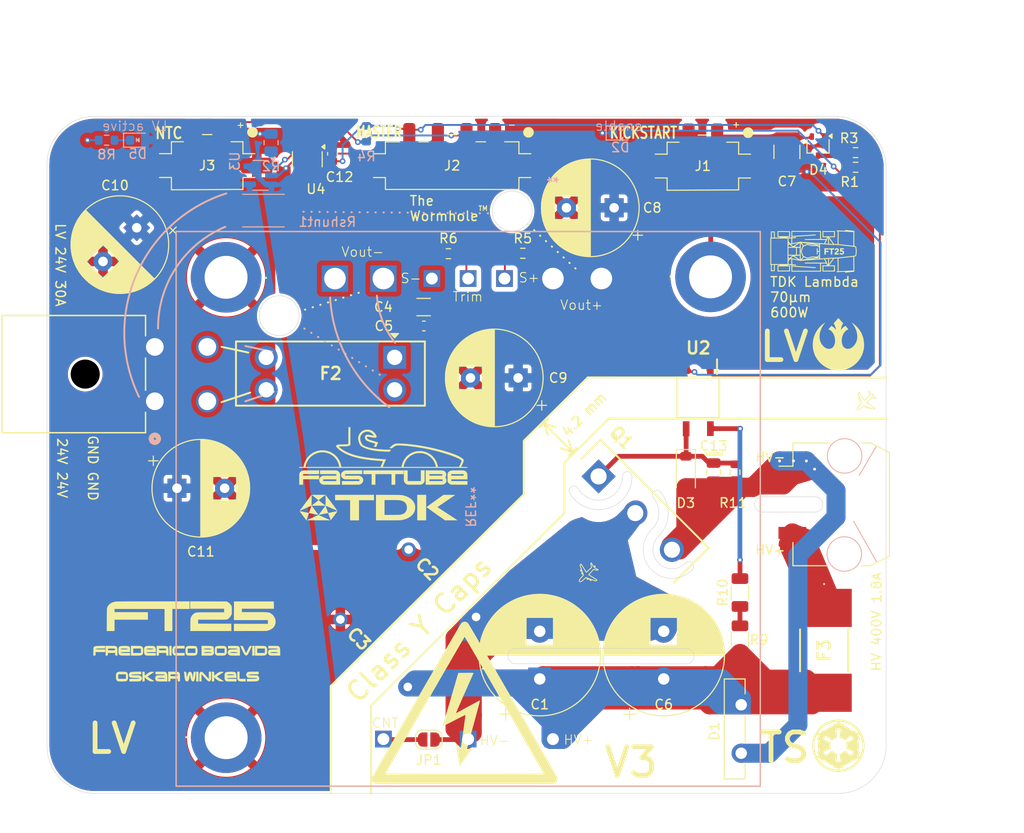
<source format=kicad_pcb>
(kicad_pcb
	(version 20241229)
	(generator "pcbnew")
	(generator_version "9.0")
	(general
		(thickness 1.67)
		(legacy_teardrops no)
	)
	(paper "A4")
	(layers
		(0 "F.Cu" mixed)
		(2 "B.Cu" mixed)
		(9 "F.Adhes" user "F.Adhesive")
		(11 "B.Adhes" user "B.Adhesive")
		(13 "F.Paste" user)
		(15 "B.Paste" user)
		(5 "F.SilkS" user "F.Silkscreen")
		(7 "B.SilkS" user "B.Silkscreen")
		(1 "F.Mask" user)
		(3 "B.Mask" user)
		(17 "Dwgs.User" user "User.Drawings")
		(19 "Cmts.User" user "User.Comments")
		(21 "Eco1.User" user "User.Eco1")
		(23 "Eco2.User" user "User.Eco2")
		(25 "Edge.Cuts" user)
		(27 "Margin" user)
		(31 "F.CrtYd" user "F.Courtyard")
		(29 "B.CrtYd" user "B.Courtyard")
		(35 "F.Fab" user)
		(33 "B.Fab" user)
		(39 "User.1" user)
		(41 "User.2" user)
		(43 "User.3" user)
		(45 "User.4" user)
		(47 "User.5" user)
		(49 "User.6" user)
		(51 "User.7" user)
		(53 "User.8" user)
		(55 "User.9" user)
	)
	(setup
		(stackup
			(layer "F.SilkS"
				(type "Top Silk Screen")
			)
			(layer "F.Paste"
				(type "Top Solder Paste")
			)
			(layer "F.Mask"
				(type "Top Solder Mask")
				(thickness 0.01)
			)
			(layer "F.Cu"
				(type "copper")
				(thickness 0.07)
			)
			(layer "dielectric 1"
				(type "core")
				(thickness 1.51)
				(material "FR4")
				(epsilon_r 4.5)
				(loss_tangent 0.02)
			)
			(layer "B.Cu"
				(type "copper")
				(thickness 0.07)
			)
			(layer "B.Mask"
				(type "Bottom Solder Mask")
				(thickness 0.01)
			)
			(layer "B.Paste"
				(type "Bottom Solder Paste")
			)
			(layer "B.SilkS"
				(type "Bottom Silk Screen")
			)
			(copper_finish "None")
			(dielectric_constraints no)
		)
		(pad_to_mask_clearance 0)
		(allow_soldermask_bridges_in_footprints no)
		(tenting front back)
		(grid_origin 154.6 131.4)
		(pcbplotparams
			(layerselection 0x00000000_00000000_55555555_5755f5ff)
			(plot_on_all_layers_selection 0x00000000_00000000_00000000_00000000)
			(disableapertmacros no)
			(usegerberextensions no)
			(usegerberattributes yes)
			(usegerberadvancedattributes yes)
			(creategerberjobfile no)
			(dashed_line_dash_ratio 12.000000)
			(dashed_line_gap_ratio 3.000000)
			(svgprecision 4)
			(plotframeref no)
			(mode 1)
			(useauxorigin yes)
			(hpglpennumber 1)
			(hpglpenspeed 20)
			(hpglpendiameter 15.000000)
			(pdf_front_fp_property_popups yes)
			(pdf_back_fp_property_popups yes)
			(pdf_metadata yes)
			(pdf_single_document no)
			(dxfpolygonmode yes)
			(dxfimperialunits yes)
			(dxfusepcbnewfont yes)
			(psnegative no)
			(psa4output no)
			(plot_black_and_white yes)
			(plotinvisibletext no)
			(sketchpadsonfab no)
			(plotpadnumbers no)
			(hidednponfab no)
			(sketchdnponfab yes)
			(crossoutdnponfab yes)
			(subtractmaskfromsilk yes)
			(outputformat 1)
			(mirror no)
			(drillshape 0)
			(scaleselection 1)
			(outputdirectory "gerber/")
		)
	)
	(net 0 "")
	(net 1 "/-VIN")
	(net 2 "GND")
	(net 3 "Net-(D4-Pad3)")
	(net 4 "/+VIN")
	(net 5 "+3V3")
	(net 6 "/LV+")
	(net 7 "/3V_buttoncell")
	(net 8 "/TEMP_TSDCDC")
	(net 9 "/HV-in")
	(net 10 "/LV_I_measure")
	(net 11 "/I_meas_weak")
	(net 12 "Net-(U1-+S)")
	(net 13 "Net-(D2-A)")
	(net 14 "Net-(D5-K)")
	(net 15 "/Vout+")
	(net 16 "Net-(R3-Pad2)")
	(net 17 "Net-(U1-TRM)")
	(net 18 "/HV+in")
	(net 19 "/Enable_G")
	(net 20 "/Enable_Opto")
	(net 21 "Net-(JP1-A)")
	(net 22 "Net-(R10-Pad1)")
	(net 23 "/Vout-")
	(footprint "Capacitor_SMD:C_1210_3225Metric" (layer "F.Cu") (at 177.6 64.721001 -90))
	(footprint "Resistor_SMD:R_0603_1608Metric" (layer "F.Cu") (at 184.8 64.8))
	(footprint "footprints:airplane" (layer "F.Cu") (at 156.66 108.97 135))
	(footprint "Capacitor_SMD:C_0805_2012Metric" (layer "F.Cu") (at 169.91 98.309999 -90))
	(footprint "footprints:VY1471M29Y5UC63V0" (layer "F.Cu") (at 130.766058 113.762876 -45))
	(footprint "footprints:rebellion" (layer "F.Cu") (at 183 84.9))
	(footprint "FaSTTUBe_connectors:Micro_Mate-N-Lok_2p_vertical" (layer "F.Cu") (at 168.783 66.21))
	(footprint "Capacitor_THT:CP_Radial_D12.5mm_P5.00mm" (layer "F.Cu") (at 151.679369 120.000968 90))
	(footprint "Capacitor_THT:CP_Radial_D10.0mm_P5.00mm" (layer "F.Cu") (at 109.411454 72.682233 -135))
	(footprint "footprints:9775031360R" (layer "F.Cu") (at 118.78 77.88 180))
	(footprint "LOGO"
		(layer "F.Cu")
		(uuid "36ea3436-548e-4414-bac1-a7348850c228")
		(at 180.33 75.14)
		(property "Reference" "G***"
			(at 0 0 0)
			(layer "F.SilkS")
			(hide yes)
			(uuid "f973503b-fa37-47d9-b20f-d30676bb0e6c")
			(effects
				(font
					(size 1.5 1.5)
					(thickness 0.3)
				)
			)
		)
		(property "Value" "LOGO"
			(at 0.75 0 0)
			(layer "F.SilkS")
			(hide yes)
			(uuid "6387be7f-2b16-465c-8f89-140f5aa812b4")
			(effects
				(font
					(size 1.5 1.5)
					(thickness 0.3)
				)
			)
		)
		(property "Datasheet" ""
			(at 0 0 0)
			(layer "F.Fab")
			(hide yes)
			(uuid "41393a24-4ba8-4af2-84c5-5556a5cd9241")
			(effects
				(font
					(size 1.27 1.27)
					(thickness 0.15)
				)
			)
		)
		(property "Description" ""
			(at 0 0 0)
			(layer "F.Fab")
			(hide yes)
			(uuid "47d9374d-4d87-4be0-875b-3451ee135b5f")
			(effects
				(font
					(size 1.27 1.27)
					(thickness 0.15)
				)
			)
		)
		(attr board_only exclude_from_pos_files exclude_from_bom)
		(fp_poly
			(pts
				(xy 2.210106 -0.240934) (xy 2.210106 -0.176067) (xy 2.115122 -0.176067) (xy 2.020138 -0.176067)
				(xy 2.020138 0.088034) (xy 2.020138 0.352134) (xy 1.948322 0.352134) (xy 1.876505 0.352134) (xy 1.876505 0.088034)
				(xy 1.876505 -0.176067) (xy 1.781521 -0.176067) (xy 1.686538 -0.176067) (xy 1.686538 -0.240935)
				(xy 1.686537 -0.305801) (xy 1.948322 -0.305801) (xy 2.210106 -0.305801)
			)
			(stroke
				(width 0)
				(type solid)
			)
			(fill yes)
			(layer "F.SilkS")
			(uuid "7df8e5e8-4ee8-444f-be4a-2fc6df64b466")
		)
		(fp_poly
			(pts
				(xy 1.644837 -0.238617) (xy 1.644837 -0.171435) (xy 1.49657 -0.171434) (xy 1.348303 -0.171434) (xy 1.348303 -0.10425)
				(xy 1.348303 -0.037067) (xy 1.484987 -0.037067) (xy 1.621671 -0.037067) (xy 1.621671 0.030116) (xy 1.621671 0.0973)
				(xy 1.484987 0.0973) (xy 1.348303 0.0973) (xy 1.348303 0.224717) (xy 1.348303 0.352134) (xy 1.27417 0.352134)
				(xy 1.200036 0.352134) (xy 1.200036 0.023167) (xy 1.200037 -0.305801) (xy 1.422437 -0.305801) (xy 1.644836 -0.305801)
			)
			(stroke
				(width 0)
				(type solid)
			)
			(fill yes)
			(layer "F.SilkS")
			(uuid "79488fa3-17fb-4e16-b5f3-2b64540a352f")
		)
		(fp_poly
			(pts
				(xy 2.532179 -0.312678) (xy 2.576155 -0.304473) (xy 2.614922 -0.2894) (xy 2.648 -0.267744) (xy 2.67491 -0.239793)
				(xy 2.695172 -0.205832) (xy 2.704208 -0.181813) (xy 2.708716 -0.159076) (xy 2.7108 -0.130942) (xy 2.71048 -0.100955)
				(xy 2.707773 -0.072656) (xy 2.703574 -0.052464) (xy 2.698715 -0.037255) (xy 2.692926 -0.02316) (xy 2.685517 -0.009402)
				(xy 2.675798 0.004797) (xy 2.663078 0.020215) (xy 2.646666 0.037632) (xy 2.625872 0.057823) (xy 2.600005 0.081568)
				(xy 2.568374 0.109644) (xy 2.53029 0.142829) (xy 2.529931 0.14314) (xy 2.430439 0.229351) (xy 2.575106 0.230575)
				(xy 2.719774 0.231799) (xy 2.719774 0.291967) (xy 2.719774 0.352134) (xy 2.490308 0.352134) (xy 2.260843 0.352134)
				(xy 2.262116 0.277056) (xy 2.263389 0.201979) (xy 2.356056 0.119177) (xy 2.402943 0.077122) (xy 2.443117 0.04073)
				(xy 2.476929 0.009665) (xy 2.504727 -0.016408) (xy 2.526863 -0.037827) (xy 2.543685 -0.054929) (xy 2.555544 -0.06805)
				(xy 2.562789 -0.077524) (xy 2.565176 -0.081851) (xy 2.5716 -0.10729) (xy 2.569746 -0.130812) (xy 2.56056 -0.15134)
				(xy 2.544994 -0.167801) (xy 2.523994 -0.179121) (xy 2.49851 -0.184225) (xy 2.475724 -0.18314) (xy 2.452963 -0.175273)
				(xy 2.433454 -0.159912) (xy 2.418912 -0.1387) (xy 2.413064 -0.123046) (xy 2.407173 -0.101018) (xy 2.367714 -0.103927)
				(xy 2.344598 -0.10571) (xy 2.320508 -0.107692) (xy 2.30031 -0.109471) (xy 2.298702 -0.109622) (xy 2.269145 -0.112408)
				(xy 2.272093 -0.14061) (xy 2.280459 -0.177948) (xy 2.296913 -0.213524) (xy 2.320278 -0.245457) (xy 2.349375 -0.271863)
				(xy 2.357833 -0.277654) (xy 2.388158 -0.29404) (xy 2.420755 -0.305158) (xy 2.458064 -0.31171) (xy 2.483473 -0.313727)
			)
			(stroke
				(width 0)
				(type solid)
			)
			(fill yes)
			(layer "F.SilkS")
			(uuid "c06ae400-d6b0-4739-b2a0-6d35249e5efc")
		)
		(fp_poly
			(pts
				(xy 3.243342 -0.245567) (xy 3.243342 -0.185334) (xy 3.111291 -0.185334) (xy 2.979241 -0.185333)
				(xy 2.979241 -0.135525) (xy 2.979241 -0.085718) (xy 3.035999 -0.085703) (xy 3.075658 -0.084189)
				(xy 3.108746 -0.079239) (xy 3.137528 -0.070212) (xy 3.16427 -0.05647) (xy 3.181956 -0.044466) (xy 3.203555 -0.026318)
				(xy 3.221029 -0.006004) (xy 3.236416 0.019128) (xy 3.246178 0.039116) (xy 3.254238 0.063529) (xy 3.259574 0.09369)
				(xy 3.261941 0.126422) (xy 3.261098 0.158544) (xy 3.257324 0.184609) (xy 3.244399 0.223685) (xy 3.224208 0.260227)
				(xy 3.198098 0.292412) (xy 3.167418 0.318418) (xy 3.150847 0.328502) (xy 3.111135 0.345164) (xy 3.066727 0.356095)
				(xy 3.020478 0.360938) (xy 2.975243 0.359334) (xy 2.945754 0.354196) (xy 2.903627 0.339619) (xy 2.867264 0.317857)
				(xy 2.836999 0.289211) (xy 2.813163 0.253981) (xy 2.79881 0.220868) (xy 2.79432 0.207035) (xy 2.791744 0.197519)
				(xy 2.791552 0.194601) (xy 2.796444 0.193609) (xy 2.808775 0.190877) (xy 2.826961 0.186759) (xy 2.849416 0.181613)
				(xy 2.863407 0.178384) (xy 2.887539 0.172819) (xy 2.908262 0.168078) (xy 2.924002 0.164518) (xy 2.933186 0.162495)
				(xy 2.934883 0.162167) (xy 2.937199 0.166065) (xy 2.941475 0.175947) (xy 2.943919 0.182163) (xy 2.957618 0.206359)
				(xy 2.976856 0.224378) (xy 2.999977 0.235881) (xy 3.025322 0.240528) (xy 3.051235 0.23798) (xy 3.076057 0.227898)
				(xy 3.095075 0.213134) (xy 3.111612 0.190456) (xy 3.120769 0.164235) (xy 3.12262 0.136431) (xy 3.117245 0.108995)
				(xy 3.10472 0.083886) (xy 3.089275 0.066498) (xy 3.070671 0.05315) (xy 3.049056 0.043822) (xy 3.022749 0.038071)
				(xy 2.990066 0.035457) (xy 2.969974 0.03519) (xy 2.940708 0.035905) (xy 2.915232 0.038169) (xy 2.889963 0.042519)
				(xy 2.861313 0.04949) (xy 2.845988 0.053732) (xy 2.835519 0.056704) (xy 2.838042 -0.086323) (xy 2.838768 -0.123978)
				(xy 2.83959 -0.160526) (xy 2.840463 -0.194417) (xy 2.841344 -0.224098) (xy 2.842188 -0.248021) (xy 2.842954 -0.264633)
				(xy 2.843135 -0.267576) (xy 2.845706 -0.305801) (xy 3.044525 -0.305801) (xy 3.243342 -0.305801)
			)
			(stroke
				(width 0)
				(type solid)
			)
			(fill yes)
			(layer "F.SilkS")
			(uuid "5a963cb9-9510-4127-9f96-127e7c222fca")
		)
		(fp_poly
			(pts
				(xy 3.38727 -2.232811) (xy 3.40086 -2.231479) (xy 3.422092 -2.229358) (xy 3.450178 -2.22653) (xy 3.484329 -2.223073)
				(xy 3.523759 -2.219069) (xy 3.567678 -2.214599) (xy 3.615297 -2.209743) (xy 3.66583 -2.204582) (xy 3.718489 -2.199197)
				(xy 3.772484 -2.193667) (xy 3.827029 -2.188075) (xy 3.881335 -2.182501) (xy 3.934614 -2.177024)
				(xy 3.986077 -2.171727) (xy 4.034939 -2.166689) (xy 4.080407 -2.161992) (xy 4.121698 -2.157716)
				(xy 4.158021 -2.153941) (xy 4.188587 -2.150748) (xy 4.200017 -2.149547) (xy 4.234253 -2.145885)
				(xy 4.265408 -2.142435) (xy 4.292316 -2.139335) (xy 4.31381 -2.136726) (xy 4.328722 -2.134745) (xy 4.335885 -2.133532)
				(xy 4.336334 -2.133359) (xy 4.336533 -2.128574) (xy 4.336655 -2.115023) (xy 4.336705 -2.093209)
				(xy 4.336684 -2.063633) (xy 4.336595 -2.026795) (xy 4.33644 -1.983198) (xy 4.336223 -1.933343) (xy 4.335944 -1.877731)
				(xy 4.335608 -1.816864) (xy 4.335216 -1.751243) (xy 4.33477 -1.681369) (xy 4.334273 -1.607743) (xy 4.333728 -1.530869)
				(xy 4.333136 -1.451244) (xy 4.332871 -1.416624) (xy 4.332241 -1.334602) (xy 4.331634 -1.254271)
				(xy 4.33105 -1.176204) (xy 4.330496 -1.10097) (xy 4.329976 -1.029142) (xy 4.329492 -0.961291) (xy 4.329052 -0.897987)
				(xy 4.328655 -0.839801) (xy 4.328308 -0.787305) (xy 4.328013 -0.741071) (xy 4.327776 -0.701668)
				(xy 4.327599 -0.669669) (xy 4.327487 -0.645643) (xy 4.327444 -0.630164) (xy 4.327444 -0.627586)
				(xy 4.327545 -0.55322) (xy 4.37377 -0.54809) (xy 4.419996 -0.542959) (xy 4.484971 -0.483626) (xy 4.505281 -0.464833)
				(xy 4.522986 -0.44798) (xy 4.537024 -0.434118) (xy 4.546333 -0.424295) (xy 4.54985 -0.419562) (xy 4.549855 -0.419489)
				(xy 4.550293 -0.414027) (xy 4.551582 -0.400285) (xy 4.55363 -0.379199) (xy 4.556344 -0.351708) (xy 4.55963 -0.31875)
				(xy 4.563396 -0.281261) (xy 4.567548 -0.240179) (xy 4.571355 -0.202709) (xy 4.592945 0.009267) (xy 4.571355 0.221242)
				(xy 4.566945 0.264663) (xy 4.562841 0.305296) (xy 4.559137 0.342206) (xy 4.555926 0.374453) (xy 4.553301 0.401102)
				(xy 4.551353 0.421213) (xy 4.550178 0.433849) (xy 4.549855 0.438022) (xy 4.546612 0.442512) (xy 4.537531 0.452137)
				(xy 4.523674 0.465847) (xy 4.506105 0.482593) (xy 4.485885 0.501324) (xy 4.484971 0.50216) (xy 4.419997 0.561493)
				(xy 4.373769 0.566623) (xy 4.327545 0.571753) (xy 4.327444 0.646119) (xy 4.327469 0.65926) (xy 4.327563 0.681097)
				(xy 4.327723 0.711058) (xy 4.327945 0.748571) (xy 4.328225 0.793067) (xy 4.328559 0.843974) (xy 4.328943 0.90072)
				(xy 4.329373 0.962734) (xy 4.329846 1.029446) (xy 4.330356 1.100286) (xy 4.330901 1.17468) (xy 4.331477 1.252059)
				(xy 4.332079 1.33185) (xy 4.332704 1.413485) (xy 4.332871 1.435157) (xy 4.333481 1.5158) (xy 4.334047 1.593906)
				(xy 4.334564 1.668978) (xy 4.335032 1.740512) (xy 4.335447 1.808006) (xy 4.335808 1.870958) (xy 4.336111 1.928869)
				(xy 4.336355 1.981237) (xy 4.336537 2.02756) (xy 4.336653 2.067337) (xy 4.336704 2.100067) (xy 4.336685 2.125248)
				(xy 4.336594 2.142379) (xy 4.336429 2.150958) (xy 4.336335 2.151893) (xy 4.331377 2.152884) (xy 4.318367 2.15468)
				(xy 4.298472 2.157138) (xy 4.272859 2.160123) (xy 4.242694 2.163495) (xy 4.209148 2.167117) (xy 4.200017 2.168082)
				(xy 4.172233 2.170992) (xy 4.138346 2.174521) (xy 4.099146 2.178586) (xy 4.055419 2.183108) (xy 4.007954 2.188005)
				(xy 3.957539 2.193199) (xy 3.904962 2.198607) (xy 3.851011 2.204148) (xy 3.796475 2.209742) (xy 3.742141 2.215309)
				(xy 3.688796 2.220768) (xy 3.63723 2.226037) (xy 3.588231 2.231037) (xy 3.542586 2.235687) (xy 3.501083 2.239906)
				(xy 3.464512 2.243614) (xy 3.433658 2.246729) (xy 3.409312 2.249172) (xy 3.39226 2.250859) (xy 3.383291 2.251715)
				(xy 3.382109 2.251806) (xy 3.380255 2.247528) (xy 3.378178 2.23608) (xy 3.376217 2.219545) (xy 3.37545 2.210835)
				(xy 3.3736 2.191763) (xy 3.371439 2.175942) (xy 3.369333 2.165869) (xy 3.368582 2.163999) (xy 3.368194 2.163123)
				(xy 3.367841 2.162336) (xy 3.367055 2.161657) (xy 3.365358 2.161104) (xy 3.362276 2.160697) (xy 3.357337 2.160453)
				(xy 3.350069 2.160392) (xy 3.339994 2.160532) (xy 3.32664 2.16089) (xy 3.309536 2.161487) (xy 3.288204 2.162341)
				(xy 3.26217 2.16347) (xy 3.230964 2.164892) (xy 3.19411 2.166627) (xy 3.151135 2.168692) (xy 3.101565 2.171107)
				(xy 3.044926 2.17389) (xy 2.980744 2.177059) (xy 2.908545 2.180634) (xy 2.827857 2.184632) (xy 2.773776 2.187311)
				(xy 2.723126 2.189773) (xy 2.675244 2.19201) (xy 2.630927 2.19399) (xy 2.590972 2.195683) (xy 2.556177 2.197057)
				(xy 2.52734 2.198081) (xy 2.505257 2.198724) (xy 2.490727 2.198954) (xy 2.484548 2.198738) (xy 2.484397 2.198675)
				(xy 2.482972 2.193086) (xy 2.4815 2.180449) (xy 2.480208 2.162975) (xy 2.479683 2.152716) (xy 2.477796 2.109587)
				(xy 2.502643 2.106603) (xy 2.520245 2.105084) (xy 2.542271 2.103995) (xy 2.563398 2.103579) (xy 2.599307 2.103539)
				(xy 2.599205 2.03983) (xy 2.599136 2.026958) (xy 2.59896 2.005475) (xy 2.598682 1.976034) (xy 2.598313 1.939289)
				(xy 2.597857 1.895895) (xy 2.597323 1.846507) (xy 2.596718 1.791777) (xy 2.596049 1.732363) (xy 2.595323 1.668916)
				(xy 2.594547 1.602089) (xy 2.593729 1.53254) (xy 2.592876 1.460921) (xy 2.592357 1.417804) (xy 2.591488 1.345622)
				(xy 2.590651 1.275356) (xy 2.589851 1.207638) (xy 2.589097 1.143098) (xy 2.588395 1.08237) (xy 2.587752 1.026085)
				(xy 2.587175 0.974875) (xy 2.586672 0.929372) (xy 2.58625 0.890208) (xy 2.585916 0.858015) (xy 2.585677 0.833425)
				(xy 2.585539 0.817069) (xy 2.585508 0.811266) (xy 2.585407 0.763045) (xy 2.477681 0.76615) (xy 2.420738 0.767807)
				(xy 2.372367 0.769264) (xy 2.331872 0.770562) (xy 2.298559 0.771745) (xy 2.271738 0.772854) (xy 2.250712 0.773931)
				(xy 2.234789 0.775018) (xy 2.223275 0.776158) (xy 2.215478 0.777392) (xy 2.210703 0.778764) (xy 2.208257 0.780313)
				(xy 2.207447 0.782084) (xy 2.207419 0.782564) (xy 2.204733 0.787317) (xy 2.196946 0.798996) (xy 2.184444 0.817061)
				(xy 2.167617 0.84097) (xy 2.146849 0.870183) (xy 2.122527 0.90416) (xy 2.09504 0.94236) (xy 2.064773 0.984242)
				(xy 2.032115 1.029266) (xy 1.99745 1.07689) (xy 1.961168 1.126575) (xy 1.960005 1.128165) (xy 1.923623 1.177986)
				(xy 1.888809 1.225823) (xy 1.855956 1.271128) (xy 1.825453 1.313354) (xy 1.797694 1.351955) (xy 1.773068 1.386383)
				(xy 1.751966 1.416092) (xy 1.734781 1.440534) (xy 1.721903 1.459162) (xy 1.713724 1.47143) (xy 1.710635 1.47679)
				(xy 1.710627 1.476824) (xy 1.708624 1.487304) (xy 2.003382 1.487304) (xy 2.298139 1.487304) (xy 2.298144 1.583446)
				(xy 2.298213 1.608384) (xy 2.298406 1.641116) (xy 2.29871 1.680174) (xy 2.299111 1.724089) (xy 2.299595 1.771389)
				(xy 2.300147 1.820606) (xy 2.300755 1.870268) (xy 2.301218 1.905463) (xy 2.304286 2.131339) (xy 1.647305 2.131339)
				(xy 0.990323 2.131339) (xy 0.993195 2.113964) (xy 0.993689 2.106417) (xy 0.994158 2.090423) (xy 0.994594 2.066805)
				(xy 0.99496 2.038672) (xy 1.08875 2.038672) (xy 1.647111 2.038672) (xy 2.205472 2.038672) (xy 2.205472 1.809321)
				(xy 2.205472 1.579971) (xy 1.656421 1.579199) (xy 1.585739 1.579096) (xy 1.517565 1.578991) (xy 1.452484 1.578885)
				(xy 1.391074 1.578779) (xy 1.333918 1.578675) (xy 1.281595 1.578571) (xy 1.234689 1.578472) (xy 1.193778 1.578378)
				(xy 1.159447 1.57829) (xy 1.132272 1.578209) (xy 1.112838 1.578137) (xy 1.101725 1.578074) (xy 1.099261 1.57804)
				(xy 1.097423 1.578408) (xy 1.095875 1.580202) (xy 1.094589 1.584173) (xy 1.093535 1.591074) (xy 1.092682 1.601656)
				(xy 1.091999 1.61667) (xy 1.091456 1.636869) (xy 1.091023 1.663004) (xy 1.090669 1.695827) (xy 1.090364 1.736087)
				(xy 1.090077 1.784539) (xy 1.089951 1.808163) (xy 1.08875 2.038672) (xy 0.99496 2.038672) (xy 0.99499 2.036382)
				(xy 0.995338 1.999975) (xy 0.995631 1.958404) (xy 0.995862 1.912492) (xy 0.996024 1.863057) (xy 0.996108 1.810921)
				(xy 0.996118 1.78963) (xy 0.996169 1.482671) (xy 1.242123 1.482671) (xy 1.291787 1.482595) (xy 1.337431 1.482378)
				(xy 1.378334 1.48203) (xy 1.413769 1.481564) (xy 1.443013 1.480992) (xy 1.465339 1.480327) (xy 1.480024 1.47958)
				(xy 1.486341 1.478764) (xy 1.486531 1.478558) (xy 1.484152 1.47334) (xy 1.478357 1.461039) (xy 1.469747 1.442919)
				(xy 1.458926 1.420247) (xy 1.446495 1.394288) (xy 1.441011 1.382862) (xy 1.397037 1.291279) (xy 1.283478 1.294298)
				(xy 1.249685 1.295057) (xy 1.208904 1.295746) (xy 1.163413 1.296342) (xy 1.11549 1.296818) (xy 1.067413 1.297151)
				(xy 1.021462 1.297314) (xy 1.006594 1.297327) (xy 0.843269 1.297337) (xy 0.843269 1.721288) (xy 0.843269 2.145239)
				(xy -0.708148 2.145239) (xy -2.259563 2.145239) (xy -2.262634 1.935978) (xy -2.263315 1.886185)
				(xy -2.263944 1.833688) (xy -2.264503 1.780411) (xy -2.264976 1.728276) (xy -2.265345 1.679207)
				(xy -2.265592 1.635127) (xy -2.265702 1.59796) (xy -2.265706 1.590794) (xy -2.265739 1.55167) (xy -2.265876 1.520834)
				(xy -2.266173 1.497306) (xy -2.266692 1.480108) (xy -2.26749 1.46826) (xy -2.268626 1.460783) (xy -2.270157 1.456697)
				(xy -2.272141 1.455025) (xy -2.273814 1.454766) (xy -2.280294 1.454537) (xy -2.294854 1.453935)
				(xy -2.316319 1.453013) (xy -2.343512 1.451821) (xy -2.37526 1.450411) (xy -2.410382 1.448834) (xy -2.43019 1.447939)
				(xy -2.468142 1.446262) (xy -2.504686 1.44473) (xy -2.538371 1.443397) (xy -2.567745 1.442318) (xy -2.591357 1.441547)
				(xy -2.607758 1.441142) (xy -2.612049 1.441093) (xy -2.64564 1.44097) (xy -2.64564 1.468771) (xy -2.645639 1.496571)
				(xy -2.525331 1.496571) (xy -2.405021 1.496571) (xy -2.403705 1.805846) (xy -2.403515 1.858546)
				(xy -2.403401 1.908502) (xy -2.40336 1.954946) (xy -2.40339 1.997109) (xy -2.403489 2.034222) (xy -2.403653 2.065515)
				(xy -2.403881 2.090221) (xy -2.404171 2.107569) (xy -2.404518 2.116791) (xy -2.404706 2.118106)
				(xy -2.409529 2.11848) (xy -2.423095 2.118886) (xy -2.44488 2.119321) (xy -2.474362 2.119778) (xy -2.511016 2.120253)
				(xy -2.554319 2.12074) (xy -2.603749 2.121235) (xy -2.658781 2.121732) (xy -2.718891 2.122227) (xy -2.783558 2.122715)
				(xy -2.852257 2.12319) (xy -2.924462 2.123648) (xy -2.999654 2.124083) (xy -3.0638 2.124423) (xy -3.720577 2.127757)
				(xy -3.720577 1.81448) (xy -3.720577 1.593871) (xy -3.62791 1.593871) (xy -3.62791 1.814711) (xy -3.62791 2.03555)
				(xy -3.411698 2.032478) (xy -3.369215 2.031948) (xy -3.31891 2.031448) (xy -3.262228 2.030984) (xy -3.200615 2.030565)
				(xy -3.135516 2.030198) (xy -3.068375 2.029891) (xy -3.000637 2.029653) (xy -2.933749 2.02949) (xy -2.869154 2.029412)
				(xy -2.846385 2.029405) (xy -2.497283 2.029405) (xy -2.498486 1.81048) (xy -2.49969 1.591554) (xy -2.537915 1.591676)
				(xy -2.547579 1.591701) (xy -2.565869 1.591743) (xy -2.592146 1.591801) (xy -2.62577 1.591872) (xy -2.666099 1.591957)
				(xy -2.712496 1.592053) (xy -2.764319 1.592159) (xy -2.820929 1.592274) (xy -2.881685 1.592396)
				(xy -2.945948 1.592525) (xy -3.013077 1.592659) (xy -3.082432 1.592796) (xy -3.102025 1.592834)
				(xy -3.62791 1.593871) (xy -3.720577 1.593871) (xy -3.720577 1.501204) (xy -3.654551 1.501183) (xy -3.624666 1.500936)
				(xy -3.592334 1.500279) (xy -3.561481 1.499312) (xy -3.536401 1.498158) (xy -3.484276 1.495155)
				(xy -3.484276 1.468063) (xy -3.484276 1.44097) (xy -3.740716 1.44097) (xy -3.997156 1.44097) (xy -4.000524 1.764101)
				(xy -4.001097 1.817922) (xy -4.001663 1.868962) (xy -4.002214 1.916476) (xy -4.002738 1.959718)
				(xy -4.003227 1.997942) (xy -4.00367 2.030405) (xy -4.004058 2.056359) (xy -4.004382 2.07506) (xy -4.004631 2.085762)
				(xy -4.004755 2.088096) (xy -4.009616 2.088576) (xy -4.02259 2.089168) (xy -4.042528 2.089847) (xy -4.068278 2.090589)
				(xy -4.098689 2.091373) (xy -4.132609 2.092176) (xy -4.168888 2.092974) (xy -4.206373 2.093745)
				(xy -4.243913 2.094466) (xy -4.28036 2.095114) (xy -4.314559 2.095667) (xy -4.34536 2.096101) (xy -4.371612 2.096393)
				(xy -4.392163 2.096521) (xy -4.405862 2.096463) (xy -4.411559 2.096194) (xy -4.41163 2.096166) (xy -4.412287 2.091243)
				(xy -4.412909 2.077802) (xy -4.413489 2.056593) (xy -4.414016 2.028365) (xy -4.414482 1.993867)
				(xy -4.414878 1.953848) (xy -4.415193 1.909058) (xy -4.415422 1.860246) (xy -4.415551 1.808161)
				(xy -4.415578 1.769665) (xy -4.415578 1.445919) (xy -4.322912 1.44592) (xy -4.322911 1.632667) (xy -4.32283 1.677998)
				(xy -4.322597 1.724363) (xy -4.322233 1.770035) (xy -4.321755 1.813286) (xy -4.321184 1.852391)
				(xy -4.320538 1.885623) (xy -4.319861 1.910511) (xy -4.31681 2.001605) (xy -4.27237 2.001588) (xy -4.250095 2.001348)
				(xy -4.222113 2.000707) (xy -4.191967 1.999762) (xy -4.163205 1.99861) (xy -4.162654 1.998585) (xy -4.09738 1.995599)
				(xy -4.094329 1.722449) (xy -4.093807 1.672987) (xy -4.093375 1.626306) (xy -4.093037 1.583227)
				(xy -4.092796 1.544568) (xy -4.092653 1.51115) (xy -4.092615 1.483793) (xy -4.092685 1.463316) (xy -4.092866 1.450539)
				(xy -4.09313 1.446294) (xy -4.09808 1.445515) (xy -4.111021 1.444917) (xy -4.130668 1.444519) (xy -4.155749 1.444338)
				(xy -4.184984 1.444394) (xy -4.208947 1.444604) (xy -4.322912 1.44592) (xy -4.415578 1.445919) (xy -4.415578 1.445604)
				(xy -4.44609 1.445604) (xy -4.476601 1.445603) (xy -4.472918 1.340195) (xy -4.472551 1.32484) (xy -4.472203 1.300703)
				(xy -4.471875 1.268271) (xy -4.471567 1.22803) (xy -4.471279 1.180464) (xy -4.47101 1.126058) (xy -4.470761 1.065302)
				(xy -4.470532 0.998677) (xy -4.470323 0.92667) (xy -4.470132 0.849767) (xy -4.469964 0.768454) (xy -4.469814 0.683216)
				(xy -4.469683 0.594538) (xy -4.469572 0.502907) (xy -4.469482 0.408808) (xy -4.469412 0.312726)
				(xy -4.469361 0.215146) (xy -4.469329 0.116557) (xy -4.469318 0.017441) (xy -4.469319 0.009267)
				(xy -4.376195 0.009267) (xy -4.376195 1.348304) (xy -3.921735 1.348303) (xy -3.84542 1.348265) (xy -3.763054 1.348156)
				(xy -3.676284 1.347978) (xy -3.586755 1.34774) (xy -3.496112 1.347448) (xy -3.4755 1.34737) (xy -2.566874 1.347369)
				(xy -2.510115 1.350271) (xy -2.485398 1.351507) (xy -2.454562 1.353009) (xy -2.420743 1.354622)
				(xy -2.387079 1.356201) (xy -2.369956 1.35699) (xy -2.342439 1.358262) (xy -2.317591 1.359435) (xy -2.297116 1.360426)
				(xy -2.28272 1.361153) (xy -2.27648 1.361507) (xy -2.266404 1.362204) (xy -2.268995 1.099261) (xy -2.269489 1.050816)
				(xy -2.269988 1.005216) (xy -2.270479 0.963292) (xy -2.270952 0.925869) (xy -2.271395 0.893779)
				(xy -2.271407 0.893007) (xy -2.176597 0.893007) (xy -2.176496 0.920555) (xy -2.176287 0.953996)
				(xy -2.175973 0.992488) (xy -2.175561 1.035186) (xy -2.175055 1.081248) (xy -2.174701 1.110891)
				(xy -2.17154 1.365972) (xy -2.129432 1.368977) (xy -2.067771 1.373609) (xy -2.010185 1.378392) (xy -1.957281 1.383255)
				(xy -1.909674 1.388125) (xy -1.867971 1.39293) (xy -1.832783 1.397595) (xy -1.80472 1.40205) (xy -1.784393 1.406223)
				(xy -1.772412 1.410037) (xy -1.769774 1.411753) (xy -1.769529 1.417538) (xy -1.771735 1.42998) (xy -1.775956 1.446925)
				(xy -1.778921 1.457187) (xy -1.785239 1.477077) (xy -1.790133 1.489488) (xy -1.794401 1.495928)
				(xy -1.798845 1.497914) (xy -1.800426 1.497857) (xy -1.808153 1.49683) (xy -1.823059 1.494741) (xy -1.843149 1.491874)
				(xy -1.866434 1.488511) (xy -1.871871 1.48772) (xy -1.897523 1.484335) (xy -1.929466 1.480654) (xy -1.964746 1.476986)
				(xy -2.000406 1.473642) (xy -2.027089 1.471419) (xy -2.057452 1.46905) (xy -2.086497 1.466764) (xy -2.112259 1.464717)
				(xy -2.132778 1.463064) (xy -2.146087 1.461962) (xy -2.146397 1.461935) (xy -2.173039 1.459646)
				(xy -2.173039 1.489692) (xy -2.172691 1.506113) (xy -2.171285 1.515262) (xy -2.168279 1.519122)
				(xy -2.164797 1.519737) (xy -2.158723 1.520031) (xy -2.144281 1.520874) (xy -2.12235 1.522213) (xy -2.093809 1.52399)
				(xy -2.059538 1.526152) (xy -2.020415 1.528643) (xy -1.977319 1.531407) (xy -1.93113 1.534389) (xy -1.906488 1.535988)
				(xy -1.854929 1.539338) (xy -1.80268 1.542728) (xy -1.751135 1.546071) (xy -1.701688 1.549275) (xy -1.655732 1.55225)
				(xy -1.614661 1.554907) (xy -1.579869 1.557154) (xy -1.552749 1.558901) (xy -1.549854 1.559087)
				(xy -1.519396 1.561047) (xy -1.481663 1.56348) (xy -1.438624 1.566258) (xy -1.392251 1.569254) (xy -1.344516 1.57234)
				(xy -1.297389 1.575391) (xy -1.264903 1.577495) (xy -1.217015 1.580596) (xy -1.16498 1.583963) (xy -1.111213 1.587439)
				(xy -1.058137 1.590868) (xy -1.008165 1.594093) (xy -0.963719 1.596959) (xy -0.942887 1.598301)
				(xy -0.897305 1.601236) (xy -0.845716 1.60456) (xy -0.791355 1.608063) (xy -0.737462 1.611537) (xy -0.687275 1.614773)
				(xy -0.655619 1.616816) (xy -0.610848 1.619703) (xy -0.559926 1.622982) (xy -0.505948 1.626455)
				(xy -0.452011 1.629924) (xy -0.401211 1.633186) (xy -0.363718 1.635592) (xy -0.328419 1.637861)
				(xy -0.285555 1.640625) (xy -0.236806 1.643776) (xy -0.183852 1.647202) (xy -0.128376 1.650799)
				(xy -0.072057 1.654455) (xy -0.016577 1.658062) (xy 0.031407 1.661186) (xy 0.078504 1.664246) (xy 0.122931 1.667115)
				(xy 0.163807 1.669738) (xy 0.200251 1.672059) (xy 0.231381 1.674022) (xy 0.256316 1.675572) (xy 0.274174 1.676652)
				(xy 0.284073 1.677206) (xy 0.285714 1.677271) (xy 0.289145 1.678355) (xy 0.291125 1.682707) (xy 0.291847 1.691981)
				(xy 0.291504 1.70783) (xy 0.290854 1.721421) (xy 0.289553 1.740799) (xy 0.287959 1.756543) (xy 0.286321 1.766454)
				(xy 0.285478 1.768637) (xy 0.280651 1.768608) (xy 0.266958 1.768) (xy 0.24478 1.766836) (xy 0.214499 1.765141)
				(xy 0.176497 1.762937) (xy 0.131153 1.76025) (xy 0.078851 1.757101) (xy 0.019972 1.753516) (xy -0.045106 1.749517)
				(xy -0.115998 1.745128) (xy -0.192324 1.740372) (xy -0.273703 1.735274) (xy -0.359753 1.729857)
				(xy -0.450093 1.724144) (xy -0.544342 1.718159) (xy -0.642118 1.711925) (xy -0.743041 1.705468)
				(xy -0.846728 1.698808) (xy -0.944155 1.692531) (xy -1.050013 1.6857) (xy -1.153439 1.679031) (xy -1.254052 1.67255)
				(xy -1.351472 1.666279) (xy -1.445319 1.660243) (xy -1.535212 1.654466) (xy -1.620772 1.648974)
				(xy -1.701618 1.643789) (xy -1.77737 1.638936) (xy -1.847648 1.634441) (xy -1.912071 1.630326) (xy -1.97026 1.626617)
				(xy -2.021834 1.623337) (xy -2.066412 1.620512) (xy -2.103615 1.618164) (xy -2.133063 1.61632) (xy -2.154375 1.615002)
				(xy -2.167171 1.614236) (xy -2.171095 1.614039) (xy -2.171128 1.618662) (xy -2.171074 1.631645)
				(xy -2.170943 1.652082) (xy -2.170742 1.679067) (xy -2.170476 1.711694) (xy -2.170155 1.749057)
				(xy -2.169782 1.790249) (xy -2.169374 1.833647) (xy -2.167282 2.052572) (xy -0.707684 2.052572)
				(xy 0.751913 2.052572) (xy 0.748501 1.676113) (xy 0.747965 1.617934) (xy 0.747438 1.562492) (xy 0.746927 1.510476)
				(xy 0.746439 1.462575) (xy 0.745982 1.419482) (xy 0.745565 1.381879) (xy 0.745193 1.350461) (xy 0.744876 1.325917)
				(xy 0.74462 1.308934) (xy 0.744433 1.300203) (xy 0.74437 1.299146) (xy 0.739738 1.29906) (xy 0.726314 1.298912)
				(xy 0.704572 1.298707) (xy 0.674985 1.29845) (xy 0.63803 1.298141) (xy 0.594179 1.297786) (xy 0.543907 1.297389)
				(xy 0.487688 1.296953) (xy 0.425996 1.296482) (xy 0.359306 1.295979) (xy 0.288092 1.295448) (xy 0.212828 1.294894)
				(xy 0.133988 1.294318) (xy 0.052047 1.293726) (xy -0.032522 1.293121) (xy -0.050967 1.292989) (xy -0.136082 1.292366)
				(xy -0.218697 1.291727) (xy -0.298338 1.291076) (xy -0.374525 1.29042) (xy -0.446785 1.289762) (xy -0.51464 1.289109)
				(xy -0.577615 1.288467) (xy -0.635234 1.287838) (xy -0.687017 1.287229) (xy -0.732492 1.286647)
				(xy -0.771182 1.286094) (xy -0.80261 1.285578) (xy -0.8263 1.285103) (xy -0.841774 1.284674) (xy -0.848559 1.284296)
				(xy -0.848834 1.284224) (xy -0.849966 1.278521) (xy -0.850313 1.265798) (xy -0.849853 1.248265)
				(xy -0.849272 1.23771) (xy -0.84646 1.194313) (xy -0.241371 1.198332) (xy -0.165921 1.198806) (xy -0.087571 1.199245)
				(xy -0.006827 1.199647) (xy 0.075804 1.200015) (xy 0.159817 1.200345) (xy 0.244705 1.200641) (xy 0.329962 1.2009)
				(xy 0.415083 1.201123) (xy 0.49956 1.201308) (xy 0.582888 1.201456) (xy 0.664561 1.201569) (xy 0.744073 1.201645)
				(xy 0.820918 1.20168) (xy 0.894589 1.201678) (xy 0.964581 1.20164) (xy 1.030387 1.201562) (xy 1.091501 1.201446)
				(xy 1.147417 1.20129) (xy 1.19763 1.201096) (xy 1.241632 1.200862) (xy 1.278919 1.200589) (xy 1.308983 1.200276)
				(xy 1.331319 1.199923) (xy 1.34542 1.19953) (xy 1.35078 1.199096) (xy 1.350806 1.199078) (xy 1.349214 1.19475)
				(xy 1.344123 1.183101) (xy 1.336024 1.165174) (xy 1.325408 1.142014) (xy 1.312764 1.114663) (xy 1.298583 1.084164)
				(xy 1.283355 1.051563) (xy 1.26757 1.0179) (xy 1.251718 0.984222) (xy 1.23629 0.951571) (xy 1.221776 0.920988)
				(xy 1.208665 0.893521) (xy 1.197449 0.87021) (xy 1.188618 0.852101) (xy 1.18266 0.840235) (xy 1.180095 0.835685)
				(xy 1.175226 0.835695) (xy 1.161554 0.836353) (xy 1.139522 0.83763) (xy 1.10957 0.839495) (xy 1.07214 0.84192)
				(xy 1.027672 0.844876) (xy 0.976607 0.848331) (xy 0.919386 0.852257) (xy 0.85645 0.856627) (xy 0.788239 0.861409)
				(xy 0.715194 0.866573) (xy 0.685735 0.868667) (xy 0.663095 0.870269) (xy 0.632355 0.872428) (xy 0.594658 0.875065)
				(xy 0.551149 0.8781) (xy 0.502971 0.881454) (xy 0.451269 0.885047) (xy 0.397186 0.888799) (xy 0.341867 0.89263)
				(xy 0.286456 0.896461) (xy 0.284951 0.896566) (xy 0.176937 0.90403) (xy 0.077696 0.910891) (xy -0.013246 0.917182)
				(xy -0.09636 0.922935) (xy -0.172119 0.928184) (xy -0.240997 0.932962) (xy -0.303464 0.9373) (xy -0.359995 0.941234)
				(xy -0.411061 0.944794) (xy -0.457135 0.948013) (xy -0.49869 0.950924) (xy -0.536198 0.953561) (xy -0.549051 0.954467)
				(xy -0.578891 0.956562) (xy -0.616558 0.95919) (xy -0.660642 0.962254) (xy -0.709728 0.965655) (xy -0.7624 0.969296)
				(xy -0.817245 0.973079) (xy -0.872847 0.976906) (xy -0.927792 0.980679) (xy -0.949836 0.98219) (xy -1.01286 0.986511)
				(xy -1.067275 0.990257) (xy -1.113708 0.993486) (xy -1.152795 0.996259) (xy -1.185167 0.998635)
				(xy -1.211458 1.000672) (xy -1.232301 1.002429) (xy -1.248327 1.003966) (xy -1.26017 1.005342) (xy -1.268462 1.006617)
				(xy -1.273837 1.007848) (xy -1.276926 1.009095) (xy -1.278363 1.010417) (xy -1.27878 1.011874) (xy -1.278804 1.012926)
				(xy -1.282603 1.018344) (xy -1.286912 1.019325) (xy -1.292531 1.018476) (xy -1.306619 1.016012)
				(xy -1.328539 1.012051) (xy -1.357656 1.006711) (xy -1.393335 1.000111) (xy -1.434941 0.992369)
				(xy -1.481838 0.983603) (xy -1.533392 0.973932) (xy -1.588967 0.963474) (xy -1.647926 0.952347)
				(xy -1.709637 0.94067) (xy -1.734781 0.935903) (xy -1.797241 0.924076) (xy -1.857088 0.912784) (xy -1.913699 0.902139)
				(xy -1.953465 0.894691) (xy -1.182718 0.894691) (xy -1.181463 0.896526) (xy -1.178384 0.896375)
				(xy -1.172445 0.895435) (xy -1.157826 0.893191) (xy -1.135011 0.889716) (xy -1.104486 0.885085)
				(xy -1.066734 0.879368) (xy -1.022239 0.87264) (xy -0.971486 0.864975) (xy -0.914959 0.856444) (xy -0.853143 0.847121)
				(xy -0.786521 0.837079) (xy -0.736248 0.829506) (xy 1.283437 0.829506) (xy 1.285371 0.83409) (xy 1.290948 0.846313)
				(xy 1.299823 0.865444) (xy 1.311656 0.890755) (xy 1.326103 0.921518) (xy 1.342822 0.957002) (xy 1.361471 0.99648)
				(xy 1.381708 1.039222) (xy 1.403189 1.0845) (xy 1.404312 1.086863) (xy 1.426648 1.133895) (xy 1.448401 1.179705)
				(xy 1.46914 1.223387) (xy 1.488433 1.264033) (xy 1.50585 1.300734) (xy 1.52096 1.332582) (xy 1.53333 1.358667)
				(xy 1.542531 1.378082) (xy 1.547623 1.388845) (xy 1.556963 1.407744) (xy 1.565324 1.423077) (xy 1.571732 1.433155)
				(xy 1.575015 1.436337) (xy 1.580188 1.435472) (xy 1.580479 1.435179) (xy 1.580745 1.430338) (xy 1.581201 1.417174)
				(xy 1.581825 1.396605) (xy 1.582595 1.369556) (xy 1.58344 1.338627) (xy 1.677952 1.338627) (xy 1.678207 1.349718)
				(xy 1.678783 1.352937) (xy 1.681828 1.348916) (xy 1.689917 1.337994) (xy 1.702623 1.320751) (xy 1.719521 1.297767)
				(xy 1.740185 1.269622) (xy 1.764191 1.236896) (xy 1.791111 1.200169) (xy 1.820521 1.160021) (xy 1.851995 1.117032)
				(xy 1.885108 1.071782) (xy 1.889579 1.065669) (xy 1.9228 1.020219) (xy 1.954356 0.976973) (xy 1.983829 0.936509)
				(xy 2.010802 0.899402) (xy 2.034857 0.866229) (xy 2.055579 0.837567) (xy 2.072549 0.813991) (xy 2.085351 0.796077)
				(xy 2.093565 0.784403) (xy 2.096777 0.779544) (xy 2.096803 0.77944) (xy 2.092053 0.779288) (xy 2.079195 0.779455)
				(xy 2.059383 0.779902) (xy 2.033769 0.780591) (xy 2.003504 0.78148) (xy 1.969743 0.782532) (xy 1.933637 0.783705)
				(xy 1.896338 0.784961) (xy 1.859 0.786261) (xy 1.822775 0.787565) (xy 1.788815 0.788832) (xy 1.758272 0.790024)
				(xy 1.7323 0.791103) (xy 1.712051 0.792025) (xy 1.698677 0.792754) (xy 1.693331 0.79325) (xy 1.693288 0.793274)
				(xy 1.692863 0.798069) (xy 1.692256 0.811168) (xy 1.691498 0.83161) (xy 1.690619 0.858433) (xy 1.68965 0.890677)
				(xy 1.688622 0.92738) (xy 1.687565 0.967583) (xy 1.686964 0.991606) (xy 1.685818 1.037429) (xy 1.684622 1.083742)
				(xy 1.683421 1.128973) (xy 1.682258 1.171551) (xy 1.681174 1.209907) (xy 1.680215 1.242468) (xy 1.67942 1.267665)
				(xy 1.679281 1.271853) (xy 1.678498 1.298287) (xy 1.678052 1.321014) (xy 1.677952 1.338627) (xy 1.58344 1.338627)
				(xy 1.583486 1.336946) (xy 1.584477 1.299698) (xy 1.585544 1.258732) (xy 1.586665 1.214971) (xy 1.587817 1.169336)
				(xy 1.588978 1.122747) (xy 1.590124 1.076128) (xy 1.591233 1.030398) (xy 1.592282 0.98648) (xy 1.593248 0.945295)
				(xy 1.594108 0.907765) (xy 1.594839 0.874811) (xy 1.59542 0.847353) (xy 1.595825 0.826315) (xy 1.596035 0.812617)
				(xy 1.596025 0.807181) (xy 1.596013 0.807129) (xy 1.591202 0.806917) (xy 1.578503 0.807354) (xy 1.559214 0.808346)
				(xy 1.534635 0.809802) (xy 1.506062 0.811628) (xy 1.474798 0.813732) (xy 1.442139 0.816019) (xy 1.409386 0.818398)
				(xy 1.377836 0.820775) (xy 1.348789 0.823057) (xy 1.323544 0.825151) (xy 1.303399 0.826965) (xy 1.289654 0.828405)
				(xy 1.283607 0.829379) (xy 1.283437 0.829506) (xy -0.736248 0.829506) (xy -0.715578 0.826391) (xy -0.714841 0.82628)
				(xy -0.081856 0.82628) (xy -0.08122 0.829034) (xy -0.078767 0.829369) (xy -0.074953 0.827674) (xy -0.075678 0.82628)
				(xy -0.081177 0.825725) (xy -0.081856 0.82628) (xy -0.714841 0.82628) (xy -0.698092 0.823757) (xy -0.055333 0.823758)
				(xy -0.054628 0.823962) (xy -0.053461 0.824142) (xy -0.053284 0.824173) (xy -0.048025 0.823996)
				(xy -0.034245 0.823225) (xy -0.012669 0.821909) (xy 0.01598 0.820095) (xy 0.050977 0.817829) (xy 0.0916 0.81516)
				(xy 0.137123 0.812133) (xy 0.186823 0.808798) (xy 0.239976 0.8052) (xy 0.295858 0.801388) (xy 0.301167 0.801024)
				(xy 0.35717 0.797173) (xy 0.410437 0.793485) (xy 0.460255 0.790012) (xy 0.505907 0.786803) (xy 0.546678 0.783911)
				(xy 0.581854 0.781386) (xy 0.610719 0.779279) (xy 0.632557 0.777641) (xy 0.646656 0.776524) (xy 0.652295 0.775979)
				(xy 0.652368 0.775957) (xy 0.652881 0.771144) (xy 0.652861 0.75965) (xy 0.652367 0.745275) (xy 0.650985 0.715685)
				(xy 0.308117 0.767524) (xy 0.241453 0.777602) (xy 0.18337 0.786385) (xy 0.13329 0.793962) (xy 0.090632 0.800424)
				(xy 0.054816 0.805864) (xy 0.025264 0.81037) (xy 0.001391 0.814035) (xy -0.017378 0.816949) (xy -0.031626 0.819203)
				(xy -0.041931 0.820888) (xy -0.048874 0.822095) (xy -0.053036 0.822915) (xy -0.054995 0.823439)
				(xy -0.055333 0.823758) (xy -0.698092 0.823757) (xy -0.640798 0.815131) (xy -0.562666 0.803369)
				(xy -0.481666 0.791184) (xy -0.398281 0.778643) (xy -0.396152 0.778323) (xy -0.312822 0.765789)
				(xy -0.231929 0.753612) (xy -0.153952 0.741866) (xy -0.07937 0.730622) (xy -0.008663 0.719953) (xy 0.057691 0.709931)
				(xy 0.119212 0.70063) (xy 0.175421 0.692122) (xy 0.225839 0.684478) (xy 0.269988 0.677773) (xy 0.307385 0.672078)
				(xy 0.337554 0.667466) (xy 0.360016 0.664009) (xy 0.37429 0.66178) (xy 0.379898 0.660851) (xy 0.379933 0.660843)
				(xy 0.379681 0.659793) (xy 0.371923 0.658943) (xy 0.361401 0.658553) (xy 0.351224 0.658321) (xy 0.332934 0.657854)
				(xy 0.307679 0.657181) (xy 0.276607 0.656335) (xy 0.24087 0.655346) (xy 0.201615 0.654247) (xy 0.159991 0.653069)
				(xy 0.14595 0.652668) (xy -0.035966 0.647471) (xy 0.463161 0.647471) (xy 0.464457 0.648002) (xy 0.468971 0.6478)
				(xy 0.477786 0.646748) (xy 0.491989 0.644728) (xy 0.51266 0.641622) (xy 0.540888 0.637315) (xy 0.557558 0.634768)
				(xy 0.585496 0.63052) (xy 0.610203 0.626796) (xy 0.630254 0.623808) (xy 0.644228 0.621767) (xy 0.650701 0.620886)
				(xy 0.65095 0.620868) (xy 0.651895 0.616547) (xy 0.652659 0.604829) (xy 0.653155 0.587586) (xy 0.653302 0.569902)
				(xy 0.653116 0.549421) (xy 0.652612 0.532869) (xy 0.651873 0.522117) (xy 0.651112 0.518935) (xy 0.646895 0.521416)
				(xy 0.636334 0.528274) (xy 0.620721 0.538634) (xy 0.601344 0.551622) (xy 0.579495 0.566359) (xy 0.556463 0.58197)
				(xy 0.533539 0.59758) (xy 0.512012 0.612312) (xy 0.493174 0.625292) (xy 0.478313 0.635642) (xy 0.468721 0.642488)
				(xy 0.465883 0.644679) (xy 0.463998 0.646325) (xy 0.463161 0.647471) (xy -0.035966 0.647471) (xy -0.044017 0.647241)
				(xy -0.342868 0.713284) (xy -0.641718 0.779327) (xy -0.79171 0.701927) (xy -0.941701 0.624528) (xy -0.952061 0.63544)
				(xy -0.958763 0.642655) (xy -0.970295 0.655237) (xy -0.985283 0.671674) (xy -1.002345 0.690454)
				(xy -1.010663 0.699635) (xy -1.029669 0.720613) (xy -1.052872 0.746197) (xy -1.078235 0.774147)
				(xy -1.10372 0.802214) (xy -1.125194 0.825849) (xy -1.147108 0.850096) (xy -1.163247 0.868347) (xy -1.174181 0.881358)
				(xy -1.180482 0.889888) (xy -1.182718 0.894691) (xy -1.953465 0.894691) (xy -1.966451 0.892259)
				(xy -2.014719 0.883261) (xy -2.057883 0.875255) (xy -2.095319 0.868362) (xy -2.126404 0.862694)
				(xy -2.150514 0.858368) (xy -2.167027 0.855498) (xy -2.175319 0.854201) (xy -2.1762 0.854152) (xy -2.176454 0.858961)
				(xy -2.176585 0.872194) (xy -2.176597 0.893007) (xy -2.271407 0.893007) (xy -2.271795 0.867849)
				(xy -2.272146 0.848908) (xy -2.272431 0.837785) (xy -2.272596 0.835072) (xy -2.277392 0.833628)
				(xy -2.289081 0.831061) (xy -2.305417 0.827789) (xy -2.324157 0.82423) (xy -2.343055 0.820802) (xy -2.359866 0.817926)
				(xy -2.372344 0.816017) (xy -2.377783 0.815469) (xy -2.382814 0.819107) (xy -2.392881 0.829655)
				(xy -2.407524 0.846565) (xy -2.426279 0.869288) (xy -2.448687 0.897275) (xy -2.474284 0.929976)
				(xy -2.476209 0.932461) (xy -2.566789 1.049453) (xy -2.566831 1.198412) (xy -2.566874 1.347369)
				(xy -3.4755 1.34737) (xy -3.406 1.347107) (xy -3.318066 1.346724) (xy -3.233955 1.346302) (xy -3.155312 1.345851)
				(xy -3.083782 1.345375) (xy -3.063408 1.345223) (xy -2.65954 1.342143) (xy -2.65954 1.193095) (xy -2.659611 1.156856)
				(xy -2.659812 1.123653) (xy -2.660124 1.094605) (xy -2.660532 1.070826) (xy -2.661017 1.053434)
				(xy -2.661562 1.043545) (xy -2.661898 1.041688) (xy -2.662145 1.036887) (xy -2.662378 1.023326)
				(xy -2.662596 1.001515) (xy -2.662801 0.97196) (xy -2.662992 0.935172) (xy -2.663169 0.891656) (xy -2.663333 0.841922)
				(xy -2.663387 0.821797) (xy -2.566931 0.821797) (xy -2.566874 0.839408) (xy -2.566709 0.860783)
				(xy -2.566259 0.878075) (xy -2.565592 0.889598) (xy -2.564775 0.893659) (xy -2.564714 0.89362) (xy -2.561236 0.889331)
				(xy -2.553244 0.879122) (xy -2.541861 0.864434) (xy -2.528206 0.846706) (xy -2.52539 0.843039) (xy -2.488226 0.794619)
				(xy -2.517125 0.789043) (xy -2.537582 0.785026) (xy -2.55152 0.783122) (xy -2.560182 0.78459) (xy -2.56481 0.790688)
				(xy -2.566646 0.80267) (xy -2.566931 0.821797) (xy -2.663387 0.821797) (xy -2.663482 0.786477) (xy -2.663609 0.729562)
				(xy -2.298883 0.729562) (xy -2.297915 0.732277) (xy -2.293989 0.733811) (xy -2.293506 0.733928)
				(xy -2.287109 0.735232) (xy -2.272369 0.738108) (xy -2.250048 0.742409) (xy -2.220911 0.747991)
				(xy -2.185719 0.754708) (xy -2.145236 0.762415) (xy -2.100225 0.770966) (xy -2.051449 0.780215)
				(xy -1.999671 0.790016) (xy -1.962222 0.797097) (xy -1.907812 0.807388) (xy -1.855122 0.817375)
				(xy -1.805011 0.826891) (xy -1.75834 0.835776) (xy -1.715968 0.843863) (xy -1.678754 0.850987) (xy -1.647558 0.856987)
				(xy -1.623239 0.861696) (xy -1.606655 0.864951) (xy -1.60082 0.866128) (xy -1.578228 0.87078) (xy -1.563695 0.873557)
				(xy -1.556196 0.874421) (xy -1.55471 0.873335) (xy -1.558213 0.87026) (xy -1.565681 0.865158) (xy -1.566154 0.86484)
				(xy -1.572816 0.860528) (xy -1.586621 0.851735) (xy -1.606862 0.838906) (xy -1.632833 0.822486)
				(xy -1.663829 0.802921) (xy -1.699143 0.780656) (xy -1.73807 0.756138) (xy -1.779903 0.729811) (xy -1.823937 0.702122)
				(xy -1.838454 0.692997) (xy -2.094621 0.532016) (xy -2.152576 0.586868) (xy -2.176489 0.609499)
				(xy -2.202621 0.634227) (xy -2.228311 0.658535) (xy -2.250897 0.679904) (xy -2.25781 0.686443) (xy -2.276358 0.704107)
				(xy -2.288874 0.7165) (xy -2.296125 0.724644) (xy -2.298883 0.729562) (xy -2.663609 0.729562) (xy -2.663617 0.72583)
				(xy -2.663693 0.68487) (xy -2.571673 0.68487) (xy -2.540314 0.690127) (xy -2.519302 0.69366) (xy -2.49457 0.697834)
				(xy -2.47189 0.701674) (xy -2.453075 0.704574) (xy -2.436731 0.706572) (xy -2.425863 0.707313) (xy -2.424555 0.707275)
				(xy -2.418158 0.703798) (xy -2.405527 0.693951) (xy -2.386929 0.677972) (xy -2.36263 0.656097) (xy -2.332897 0.62856)
				(xy -2.297994 0.595599) (xy -2.29112 0.589048) (xy -2.263177 0.562299) (xy -2.237544 0.537598) (xy -2.214949 0.515664)
				(xy -2.208715 0.509553) (xy -1.950607 0.509553) (xy -1.9468 0.512291) (xy -1.935888 0.519472) (xy -1.918621 0.530621)
				(xy -1.89575 0.545269) (xy -1.868026 0.56294) (xy -1.8362 0.583162) (xy -1.801021 0.605462) (xy -1.763241 0.629367)
				(xy -1.723609 0.654404) (xy -1.682877 0.6801) (xy -1.641795 0.705983) (xy -1.601114 0.731579) (xy -1.561583 0.756416)
				(xy -1.523955 0.780021) (xy -1.488978 0.801921) (xy -1.457405 0.821641) (xy -1.429984 0.838711)
				(xy -1.407468 0.852657) (xy -1.390606 0.863005) (xy -1.380149 0.869285) (xy -1.376851 0.871069)
				(xy -1.376472 0.866591) (xy -1.376257 0.853775) (xy -1.376205 0.833549) (xy -1.376307 0.806839)
				(xy -1.376558 0.774573) (xy -1.376955 0.737678) (xy -1.377492 0.697081) (xy -1.377998 0.663817)
				(xy -1.378705 0.620969) (xy -1.379398 0.581082) (xy -1.38006 0.545089) (xy -1.380671 0.51392) (xy -1.381212 0.488508)
				(xy -1.381664 0.469782) (xy -1.382011 0.458676) (xy -1.382191 0.455901) (xy -1.386851 0.456086)
				(xy -1.398951 0.457069) (xy -1.416719 0.458694) (xy -1.438379 0.460807) (xy -1.44097 0.461066) (xy -1.457491 0.462673)
				(xy -1.48203 0.464986) (xy -1.513376 0.467892) (xy -1.550318 0.471282) (xy -1.591642 0.475044) (xy -1.636139 0.479068)
				(xy -1.682595 0.483242) (xy -1.724763 0.487008) (xy -1.769444 0.491035) (xy -1.811188 0.49489) (xy -1.849114 0.498486)
				(xy -1.882336 0.501734) (xy -1.909972 0.504545) (xy -1.93114 0.506833) (xy -1.944954 0.508509) (xy -1.950533 0.509483)
				(xy -1.950607 0.509553) (xy -2.208715 0.509553) (xy -2.196125 0.497211) (xy -2.1818 0.482955) (xy -2.172706 0.473613)
				(xy -2.169573 0.469902) (xy -2.169584 0.469879) (xy -2.174411 0.469525) (xy -2.187548 0.469178)
				(xy -2.208039 0.468848) (xy -2.234926 0.468543) (xy -2.26725 0.468275) (xy -2.304057 0.468053) (xy -2.344389 0.467886)
				(xy -2.370201 0.467817) (xy -2.56919 0.467385) (xy -2.570431 0.576127) (xy -2.571673 0.68487) (xy -2.663693 0.68487)
				(xy -2.663738 0.660488) (xy -2.663846 0.59096) (xy -2.66394 0.517753) (xy -2.66402 0.441375) (xy -2.664086 0.362335)
				(xy -2.664138 0.28114) (xy -2.664175 0.198299) (xy -2.6642 0.114319) (xy -2.66421 0.029708) (xy -2.664207 -0.055024)
				(xy -2.664189 -0.139372) (xy -2.664158 -0.222825) (xy -2.664113 -0.304878) (xy -2.664079 -0.350676)
				(xy -2.571507 -0.350675) (xy -2.571507 0.009953) (xy -2.571507 0.370583) (xy -2.336365 0.371827)
				(xy -2.283394 0.372113) (xy -2.227372 0.372428) (xy -2.170154 0.372758) (xy -2.1136 0.373095) (xy -2.059564 0.373425)
				(xy -2.009905 0.373739) (xy -1.96648 0.374025) (xy -1.943035 0.374186) (xy -1.784851 0.375301) (xy -1.781479 0.285374)
				(xy -1.780911 0.265127) (xy -1.780452 0.238243) (xy -1.780098 0.20563) (xy -1.779843 0.168198) (xy -1.779684 0.126856)
				(xy -1.779616 0.082512) (xy -1.779634 0.036074) (xy -1.77969 0.009267) (xy -1.686538 0.009267) (xy -1.686538 0.3753)
				(xy -1.606613 0.375163) (xy -1.573414 0.374667) (xy -1.536917 0.373396) (xy -1.500872 0.371526)
				(xy -1.469022 0.369229) (xy -1.459504 0.368351) (xy -1.435295 0.365969) (xy -1.414257 0.363943)
				(xy -1.398169 0.362441) (xy -1.388809 0.361631) (xy -1.387351 0.361539) (xy -1.386326 0.358071)
				(xy -1.385428 0.347555) (xy -1.384654 0.329734) (xy -1.384 0.30435) (xy -1.383461 0.271147) (xy -1.383036 0.229865)
				(xy -1.38272 0.180248) (xy -1.382509 0.122039) (xy -1.382399 0.054979) (xy -1.382385 0.018838) (xy -1.286957 0.018837)
				(xy -1.286947 0.094028) (xy -1.286884 0.168831) (xy -1.286771 0.242676) (xy -1.286609 0.314991)
				(xy -1.286398 0.385207) (xy -1.28614 0.452752) (xy -1.285835 0.517055) (xy -1.285488 0.577547) (xy -1.285097 0.633656)
				(xy -1.284662 0.684811) (xy -1.284186 0.730441) (xy -1.283671 0.769976) (xy -1.283117 0.802846)
				(xy -1.282525 0.828479) (xy -1.281897 0.846304) (xy -1.281234 0.855751) (xy -1.28085 0.857169) (xy -1.27761 0.853858)
				(xy -1.268878 0.844447) (xy -1.255369 0.829718) (xy -1.237797 0.810454) (xy -1.216877 0.787438)
				(xy -1.193321 0.761451) (xy -1.171985 0.73786) (xy -1.145814 0.708926) (xy -1.120848 0.681378) (xy -1.09796 0.65618)
				(xy -1.078025 0.63429) (xy -1.061919 0.616671) (xy -1.050516 0.604284) (xy -1.045723 0.599159) (xy -1.027261 0.579766)
				(xy -1.066709 0.560202) (xy -1.106158 0.540637) (xy -1.155745 0.389627) (xy -1.169744 0.347011)
				(xy -1.184856 0.301041) (xy -1.20031 0.254053) (xy -1.215338 0.208385) (xy -1.229172 0.166372) (xy -1.241043 0.130349)
				(xy -1.243157 0.123942) (xy -1.280981 0.009267) (xy -1.181919 0.009267) (xy -1.105356 0.242092)
				(xy -1.028794 0.474918) (xy -0.828306 0.57788) (xy -0.788293 0.598318) (xy -0.750658 0.617325) (xy -0.716228 0.6345)
				(xy -0.685826 0.649443) (xy -0.66028 0.661749) (xy -0.640412 0.671021) (xy -0.627048 0.676855) (xy -0.621014 0.678849)
				(xy -0.620868 0.67883) (xy -0.615222 0.677504) (xy -0.601316 0.67437) (xy -0.579943 0.669601) (xy -0.551894 0.663374)
				(xy -0.517962 0.655863) (xy -0.478939 0.647245) (xy -0.435616 0.637694) (xy -0.388787 0.627386)
				(xy -0.339242 0.616495) (xy -0.331284 0.614748) (xy -0.04865 0.552678) (xy 0.141317 0.558648) (xy 0.184285 0.559974)
				(xy 0.225962 0.561214) (xy 0.265073 0.562334) (xy 0.300345 0.563298) (xy 0.330503 0.564073) (xy 0.354274 0.564623)
				(xy 0.370385 0.564915) (xy 0.373136 0.564944) (xy 0.414988 0.565268) (xy 0.532987 0.484806) (xy 0.650985 0.404343)
				(xy 0.650819 0.378239) (xy 0.650747 0.367149) (xy 0.650622 0.348161) (xy 0.650453 0.322645) (xy 0.650249 0.291969)
				(xy 0.65002 0.257506) (xy 0.649773 0.22062) (xy 0.649661 0.203867) (xy 0.649048 0.11239) (xy 0.74401 0.11239)
				(xy 0.744036 0.183306) (xy 0.744117 0.252672) (xy 0.744255 0.319886) (xy 0.74445 0.384347) (xy 0.744705 0.445455)
				(xy 0.745018 0.502607) (xy 0.745393 0.555205) (xy 0.745828 0.602644) (xy 0.746327 0.644328) (xy 0.746888 0.679652)
				(xy 0.747513 0.708017) (xy 0.748204 0.728822) (xy 0.748901 0.740802) (xy 0.751473 0.770385) (xy 0.782313 0.767729)
				(xy 0.791641 0.767011) (xy 0.809464 0.765722) (xy 0.835033 0.763916) (xy 0.867597 0.761642) (xy 0.871885 0.761345)
				(xy 2.679697 0.761345) (xy 2.679715 0.774654) (xy 2.679829 0.795967) (xy 2.680031 0.824652) (xy 2.680315 0.860078)
				(xy 2.680674 0.901614) (xy 2.681101 0.948628) (xy 2.68159 1.000489) (xy 2.682134 1.056567) (xy 2.682725 1.116229)
				(xy 2.683358 1.178844) (xy 2.684025 1.243782) (xy 2.68472 1.310411) (xy 2.685436 1.378099) (xy 2.686165 1.446217)
				(xy 2.686902 1.51413) (xy 2.68764 1.58121) (xy 2.688371 1.646824) (xy 2.689089 1.710341) (xy 2.689788 1.771132)
				(xy 2.69046 1.828563) (xy 2.691098 1.882004) (xy 2.691697 1.930822) (xy 2.692248 1.974388) (xy 2.692746 2.01207)
				(xy 2.693184 2.043236) (xy 2.693554 2.067256) (xy 2.69385 2.083496) (xy 2.694065 2.09133) (xy 2.694116 2.091956)
				(xy 2.699164 2.094214) (xy 2.711424 2.095302) (xy 2.727283 2.095108) (xy 2.735419 2.094717) (xy 2.752293 2.093896)
				(xy 2.777385 2.092669) (xy 2.810179 2.091063) (xy 2.850155 2.089102) (xy 2.896796 2.086812) (xy 2.949582 2.084219)
				(xy 3.007997 2.081348) (xy 3.071521 2.078225) (xy 3.139637 2.074875) (xy 3.211827 2.071323) (xy 3.287571 2.067595)
				(xy 3.366352 2.063717) (xy 3.447652 2.059714) (xy 3.499847 2.057143) (xy 3.581895 2.053093) (xy 3.661406 2.049152)
				(xy 3.737889 2.045344) (xy 3.810854 2.041695) (xy 3.87981 2.03823) (xy 3.944268 2.034975) (xy 4.003735 2.031953)
				(xy 4.057722 2.02919) (xy 4.105739 2.026712) (xy 4.147295 2.024542) (xy 4.1819 2.022708) (xy 4.209061 2.021232)
				(xy 4.22829 2.020141) (xy 4.239096 2.019459) (xy 4.241386 2.01924) (xy 4.241524 2.014405) (xy 4.241573 2.000921)
				(xy 4.241538 1.979398) (xy 4.241425 1.950443) (xy 4.24124 1.914669) (xy 4.240987 1.872682) (xy 4.240672 1.825094)
				(xy 4.2403 1.772513) (xy 4.239877 1.715549) (xy 4.239409 1.654811) (xy 4.238899 1.590909) (xy 4.238357 1.524453)
				(xy 4.237784 1.456051) (xy 4.237186 1.386313) (xy 4.236569 1.315848) (xy 4.235942 1.245266) (xy 4.235303 1.175177)
				(xy 4.234662 1.10619) (xy 4.234026 1.038915) (xy 4.233398 0.973958) (xy 4.232784 0.911933) (xy 4.232187 0.853447)
				(xy 4.231615 0.799111) (xy 4.231074 0.749533) (xy 4.230568 0.705322) (xy 4.230102 0.667089) (xy 4.229683 0.635444)
				(xy 4.229315 0.610993) (xy 4.229004 0.594349) (xy 4.228755 0.586119) (xy 4.228675 0.585321) (xy 4.223996 0.585655)
				(xy 4.210689 0.586955) (xy 4.189334 0.589158) (xy 4.160513 0.592198) (xy 4.124806 0.596013) (xy 4.082794 0.600536)
				(xy 4.035057 0.605705) (xy 3.982176 0.611455) (xy 3.924734 0.617721) (xy 3.863309 0.62444) (xy 3.798484 0.631549)
				(xy 3.730838 0.63898) (xy 3.660952 0.64667) (xy 3.589408 0.654558) (xy 3.516786 0.662576) (xy 3.443667 0.67066)
				(xy 3.370632 0.678748) (xy 3.298262 0.686774) (xy 3.227137 0.694674) (xy 3.157838 0.702384) (xy 3.090948 0.709839)
				(xy 3.027043 0.716976) (xy 2.966708 0.723731) (xy 2.910522 0.730038) (xy 2.859067 0.735834) (xy 2.812923 0.741054)
				(xy 2.772671 0.745633) (xy 2.738891 0.749511) (xy 2.712165 0.752619) (xy 2.693074 0.754894) (xy 2.682197 0.756272)
				(xy 2.679781 0.756671) (xy 2.679697 0.761345) (xy 0.871885 0.761345) (xy 0.906406 0.758954) (xy 0.950707 0.755902)
				(xy 0.999753 0.75254) (xy 1.052792 0.748917) (xy 1.109075 0.745088) (xy 1.167851 0.7411) (xy 1.200036 0.738922)
				(xy 1.259156 0.734889) (xy 1.315691 0.73096) (xy 1.368945 0.727188) (xy 1.418226 0.723625) (xy 1.462841 0.720324)
				(xy 1.502096 0.717337) (xy 1.535298 0.714716) (xy 1.561754 0.712514) (xy 1.580771 0.710784) (xy 1.591655 0.709577)
				(xy 1.594003 0.709122) (xy 1.599713 0.707473) (xy 1.610689 0.705799) (xy 1.627258 0.704086) (xy 1.649748 0.702318)
				(xy 1.678484 0.700479) (xy 1.713794 0.698554) (xy 1.756006 0.696528) (xy 1.805446 0.694385) (xy 1.862442 0.692108)
				(xy 1.927321 0.689683) (xy 2.00041 0.687095) (xy 2.082036 0.684327) (xy 2.172526 0.681365) (xy 2.193889 0.680678)
				(xy 2.629423 0.666718) (xy 3.500427 0.569625) (xy 3.589382 0.5597) (xy 3.675908 0.550028) (xy 3.759552 0.540662)
				(xy 3.83986 0.531652) (xy 3.91638 0.52305) (xy 3.988658 0.514907) (xy 4.056242 0.507275) (xy 4.118679 0.500204)
				(xy 4.175512 0.493747) (xy 4.226293 0.487954) (xy 4.270566 0.482878) (xy 4.307879 0.478569) (xy 4.337779 0.47508)
				(xy 4.359813 0.472459) (xy 4.373525 0.470761) (xy 4.378446 0.470045) (xy 4.384581 0.465986) (xy 4.395679 0.456957)
				(xy 4.410016 0.444408) (xy 4.421995 0.433428) (xy 4.458531 0.399298) (xy 4.478575 0.204283) (xy 4.498618 0.009267)
				(xy 4.478575 -0.185749) (xy 4.458531 -0.380765) (xy 4.421995 -0.414895) (xy 4.40635 -0.429149) (xy 4.392637 -0.440981)
				(xy 4.38258 -0.448942) (xy 4.378445 -0.451511) (xy 4.373191 -0.452271) (xy 4.35918 -0.454002) (xy 4.336864 -0.456652)
				(xy 4.306698 -0.460173) (xy 4.269135 -0.464509) (xy 4.224626 -0.469611) (xy 4.173627 -0.475427)
				(xy 4.116589 -0.481907) (xy 4.053966 -0.488998) (xy 3.986211 -0.49665) (xy 3.913777 -0.50481) (xy 3.837117 -0.513427)
				(xy 3.756684 -0.52245) (xy 3.672932 -0.531828) (xy 3.586314 -0.541509) (xy 3.500427 -0.551091) (xy 2.629423 -0.648184)
				(xy 2.193889 -0.662145) (xy 2.101383 -0.665152) (xy 2.017818 -0.667962) (xy 1.942859 -0.670588)
				(xy 1.876184 -0.673048) (xy 1.817465 -0.675356) (xy 1.766373 -0.677528) (xy 1.722583 -0.679579)
				(xy 1.685767 -0.681525) (xy 1.655596 -0.683382) (xy 1.631745 -0.685164) (xy 1.613886 -0.686888)
				(xy 1.601692 -0.688569) (xy 1.594836 -0.690223) (xy 1.594002 -0.690589) (xy 1.588352 -0.691485)
				(xy 1.574316 -0.692907) (xy 1.552688 -0.694801) (xy 1.524267 -0.697113) (xy 1.489845 -0.699789)
				(xy 1.45022 -0.702774) (xy 1.406186 -0.706014) (xy 1.35854 -0.709454) (xy 1.308077 -0.713041) (xy 1.255593 -0.71672)
				(xy 1.201883 -0.720436) (xy 1.147744 -0.724136) (xy 1.09397 -0.727765) (xy 1.041358 -0.731269) (xy 0.990703 -0.734592)
				(xy 0.942801 -0.737682) (xy 0.898448 -0.740484) (xy 0.858438 -0.742943) (xy 0.823569 -0.745005)
				(xy 0.794635 -0.746616) (xy 0.772431 -0.747721) (xy 0.757756 -0.748267) (xy 0.751402 -0.748197)
				(xy 0.751213 -0.748129) (xy 0.750433 -0.742796) (xy 0.749692 -0.728798) (xy 0.748992 -0.706736)
				(xy 0.748334 -0.677209) (xy 0.747719 -0.64082) (xy 0.747147 -0.59817) (xy 0.746621 -0.549858) (xy 0.746139 -0.496487)
				(xy 0.745704 -0.438656) (xy 0.745317 -0.376968) (xy 0.744978 -0.312024) (xy 0.744687 -0.244422)
				(xy 0.744448 -0.174765) (xy 0.74426 -0.103655) (xy 0.744123 -0.031692) (xy 0.74404 0.040523) (xy 0.74401 0.11239)
				(xy 0.649048 0.11239) (xy 0.648668 0.055601) (xy 0.572218 0.0556) (xy 0.495768 0.0556) (xy 0.495768 0.192284)
				(xy 0.495767 0.328968) (xy 0.448276 0.328969) (xy 0.400785 0.328968) (xy 0.400784 0.009267) (xy 0.400784 -0.310434)
				(xy 0.448276 -0.310434) (xy 0.495768 -0.310434) (xy 0.495768 -0.17375) (xy 0.495768 -0.037067) (xy 0.572218 -0.037067)
				(xy 0.648668 -0.037067) (xy 0.649661 -0.185334) (xy 0.649912 -0.222854) (xy 0.65015 -0.258559) (xy 0.650367 -0.291082)
				(xy 0.650552 -0.319051) (xy 0.650698 -0.341098) (xy 0.650795 -0.355856) (xy 0.650819 -0.359706)
				(xy 0.650985 -0.38581) (xy 0.532987 -0.466272) (xy 0.414988 -0.546735) (xy 0.375453 -0.546467) (xy 0.362163 -0.546268)
				(xy 0.340844 -0.545813) (xy 0.312731 -0.545134) (xy 0.279055 -0.544263) (xy 0.241052 -0.543233)
				(xy 0.199954 -0.542075) (xy 0.156996 -0.540822) (xy 0.141353 -0.540355) (xy -0.053211 -0.534511)
				(xy -0.340515 -0.598173) (xy -0.478106 -0.628662) (xy 0.464951 -0.628662) (xy 0.468141 -0.625775)
				(xy 0.477751 -0.618571) (xy 0.49252 -0.607923) (xy 0.511192 -0.5947) (xy 0.532504 -0.579774) (xy 0.555199 -0.564017)
				(xy 0.578016 -0.548298) (xy 0.599697 -0.53349) (xy 0.61898 -0.520463) (xy 0.63461 -0.510088) (xy 
... [876697 chars truncated]
</source>
